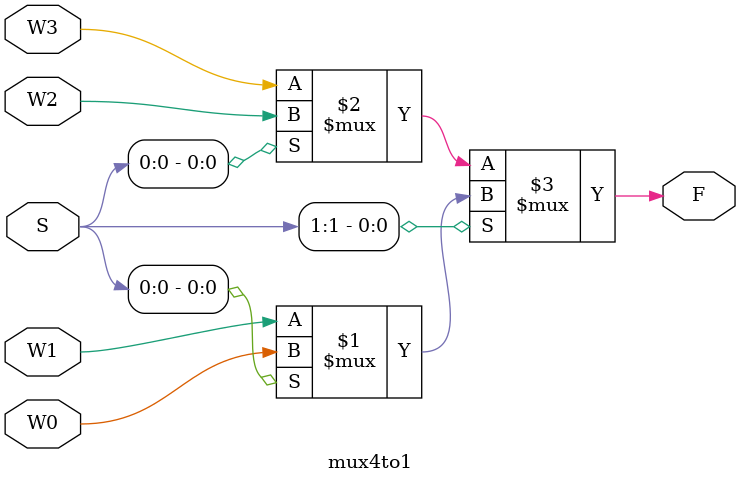
<source format=v>
module mux4to1(W0,W1,W2,W3,S,F);
input W0,W1,W2,W3;
input [1:0]S;
output F;
assign F=(S[1]?(S[0]?W0:W1):(S[0]?W2:W3));
endmodule
</source>
